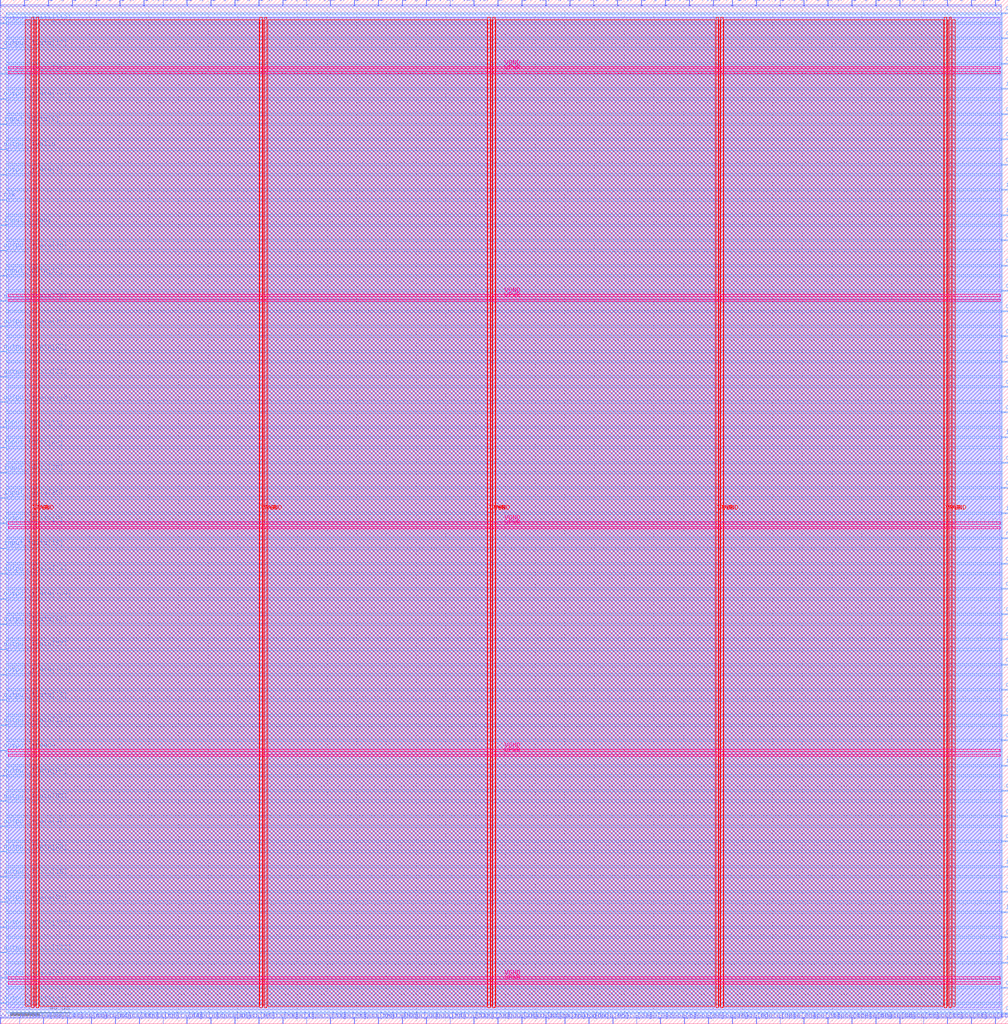
<source format=lef>
VERSION 5.7 ;
  NOWIREEXTENSIONATPIN ON ;
  DIVIDERCHAR "/" ;
  BUSBITCHARS "[]" ;
MACRO top_hardened
  CLASS BLOCK ;
  FOREIGN top_hardened ;
  ORIGIN 0.000 0.000 ;
  SIZE 678.570 BY 689.290 ;
  PIN VGND
    DIRECTION INOUT ;
    USE GROUND ;
    PORT
      LAYER met4 ;
        RECT 24.340 10.640 25.940 677.520 ;
    END
    PORT
      LAYER met4 ;
        RECT 177.940 10.640 179.540 677.520 ;
    END
    PORT
      LAYER met4 ;
        RECT 331.540 10.640 333.140 677.520 ;
    END
    PORT
      LAYER met4 ;
        RECT 485.140 10.640 486.740 677.520 ;
    END
    PORT
      LAYER met4 ;
        RECT 638.740 10.640 640.340 677.520 ;
    END
    PORT
      LAYER met5 ;
        RECT 5.280 30.030 673.220 31.630 ;
    END
    PORT
      LAYER met5 ;
        RECT 5.280 183.210 673.220 184.810 ;
    END
    PORT
      LAYER met5 ;
        RECT 5.280 336.390 673.220 337.990 ;
    END
    PORT
      LAYER met5 ;
        RECT 5.280 489.570 673.220 491.170 ;
    END
    PORT
      LAYER met5 ;
        RECT 5.280 642.750 673.220 644.350 ;
    END
  END VGND
  PIN VPWR
    DIRECTION INOUT ;
    USE POWER ;
    PORT
      LAYER met4 ;
        RECT 21.040 10.640 22.640 677.520 ;
    END
    PORT
      LAYER met4 ;
        RECT 174.640 10.640 176.240 677.520 ;
    END
    PORT
      LAYER met4 ;
        RECT 328.240 10.640 329.840 677.520 ;
    END
    PORT
      LAYER met4 ;
        RECT 481.840 10.640 483.440 677.520 ;
    END
    PORT
      LAYER met4 ;
        RECT 635.440 10.640 637.040 677.520 ;
    END
    PORT
      LAYER met5 ;
        RECT 5.280 26.730 673.220 28.330 ;
    END
    PORT
      LAYER met5 ;
        RECT 5.280 179.910 673.220 181.510 ;
    END
    PORT
      LAYER met5 ;
        RECT 5.280 333.090 673.220 334.690 ;
    END
    PORT
      LAYER met5 ;
        RECT 5.280 486.270 673.220 487.870 ;
    END
    PORT
      LAYER met5 ;
        RECT 5.280 639.450 673.220 641.050 ;
    END
  END VPWR
  PIN clk
    DIRECTION INPUT ;
    USE SIGNAL ;
    ANTENNAGATEAREA 1.286700 ;
    ANTENNADIFFAREA 0.434700 ;
    PORT
      LAYER met3 ;
        RECT 0.000 554.240 4.000 554.840 ;
    END
  END clk
  PIN input_tdata[0]
    DIRECTION INPUT ;
    USE SIGNAL ;
    ANTENNAGATEAREA 0.213000 ;
    PORT
      LAYER met3 ;
        RECT 674.570 173.440 678.570 174.040 ;
    END
  END input_tdata[0]
  PIN input_tdata[10]
    DIRECTION INPUT ;
    USE SIGNAL ;
    ANTENNAGATEAREA 0.247500 ;
    PORT
      LAYER met3 ;
        RECT 674.570 105.440 678.570 106.040 ;
    END
  END input_tdata[10]
  PIN input_tdata[11]
    DIRECTION INPUT ;
    USE SIGNAL ;
    ANTENNAGATEAREA 0.213000 ;
    PORT
      LAYER met3 ;
        RECT 0.000 401.240 4.000 401.840 ;
    END
  END input_tdata[11]
  PIN input_tdata[12]
    DIRECTION INPUT ;
    USE SIGNAL ;
    ANTENNAGATEAREA 0.213000 ;
    PORT
      LAYER met3 ;
        RECT 0.000 503.240 4.000 503.840 ;
    END
  END input_tdata[12]
  PIN input_tdata[13]
    DIRECTION INPUT ;
    USE SIGNAL ;
    ANTENNAGATEAREA 0.159000 ;
    PORT
      LAYER met3 ;
        RECT 674.570 629.040 678.570 629.640 ;
    END
  END input_tdata[13]
  PIN input_tdata[14]
    DIRECTION INPUT ;
    USE SIGNAL ;
    ANTENNAGATEAREA 0.159000 ;
    PORT
      LAYER met3 ;
        RECT 674.570 544.040 678.570 544.640 ;
    END
  END input_tdata[14]
  PIN input_tdata[15]
    DIRECTION INPUT ;
    USE SIGNAL ;
    ANTENNAGATEAREA 0.247500 ;
    PORT
      LAYER met3 ;
        RECT 0.000 319.640 4.000 320.240 ;
    END
  END input_tdata[15]
  PIN input_tdata[16]
    DIRECTION INPUT ;
    USE SIGNAL ;
    ANTENNAGATEAREA 0.213000 ;
    PORT
      LAYER met2 ;
        RECT 524.950 685.290 525.230 689.290 ;
    END
  END input_tdata[16]
  PIN input_tdata[17]
    DIRECTION INPUT ;
    USE SIGNAL ;
    ANTENNAGATEAREA 0.196500 ;
    PORT
      LAYER met2 ;
        RECT 383.270 685.290 383.550 689.290 ;
    END
  END input_tdata[17]
  PIN input_tdata[18]
    DIRECTION INPUT ;
    USE SIGNAL ;
    ANTENNAGATEAREA 0.247500 ;
    PORT
      LAYER met2 ;
        RECT 302.770 0.000 303.050 4.000 ;
    END
  END input_tdata[18]
  PIN input_tdata[19]
    DIRECTION INPUT ;
    USE SIGNAL ;
    ANTENNAGATEAREA 0.247500 ;
    PORT
      LAYER met3 ;
        RECT 674.570 74.840 678.570 75.440 ;
    END
  END input_tdata[19]
  PIN input_tdata[1]
    DIRECTION INPUT ;
    USE SIGNAL ;
    ANTENNAGATEAREA 0.126000 ;
    PORT
      LAYER met2 ;
        RECT 589.350 685.290 589.630 689.290 ;
    END
  END input_tdata[1]
  PIN input_tdata[20]
    DIRECTION INPUT ;
    USE SIGNAL ;
    ANTENNAGATEAREA 0.213000 ;
    PORT
      LAYER met3 ;
        RECT 0.000 370.640 4.000 371.240 ;
    END
  END input_tdata[20]
  PIN input_tdata[21]
    DIRECTION INPUT ;
    USE SIGNAL ;
    ANTENNAGATEAREA 0.159000 ;
    PORT
      LAYER met3 ;
        RECT 674.570 561.040 678.570 561.640 ;
    END
  END input_tdata[21]
  PIN input_tdata[22]
    DIRECTION INPUT ;
    USE SIGNAL ;
    ANTENNAGATEAREA 0.213000 ;
    PORT
      LAYER met2 ;
        RECT 254.470 0.000 254.750 4.000 ;
    END
  END input_tdata[22]
  PIN input_tdata[23]
    DIRECTION INPUT ;
    USE SIGNAL ;
    ANTENNAGATEAREA 0.247500 ;
    PORT
      LAYER met2 ;
        RECT 508.850 0.000 509.130 4.000 ;
    END
  END input_tdata[23]
  PIN input_tdata[24]
    DIRECTION INPUT ;
    USE SIGNAL ;
    ANTENNAGATEAREA 0.213000 ;
    PORT
      LAYER met2 ;
        RECT 96.690 685.290 96.970 689.290 ;
    END
  END input_tdata[24]
  PIN input_tdata[25]
    DIRECTION INPUT ;
    USE SIGNAL ;
    ANTENNAGATEAREA 0.247500 ;
    PORT
      LAYER met2 ;
        RECT 206.170 0.000 206.450 4.000 ;
    END
  END input_tdata[25]
  PIN input_tdata[26]
    DIRECTION INPUT ;
    USE SIGNAL ;
    ANTENNAGATEAREA 0.213000 ;
    PORT
      LAYER met3 ;
        RECT 0.000 353.640 4.000 354.240 ;
    END
  END input_tdata[26]
  PIN input_tdata[27]
    DIRECTION INPUT ;
    USE SIGNAL ;
    ANTENNAGATEAREA 0.196500 ;
    PORT
      LAYER met2 ;
        RECT 351.070 685.290 351.350 689.290 ;
    END
  END input_tdata[27]
  PIN input_tdata[28]
    DIRECTION INPUT ;
    USE SIGNAL ;
    ANTENNAGATEAREA 0.126000 ;
    PORT
      LAYER met2 ;
        RECT 190.070 685.290 190.350 689.290 ;
    END
  END input_tdata[28]
  PIN input_tdata[29]
    DIRECTION INPUT ;
    USE SIGNAL ;
    ANTENNAGATEAREA 0.213000 ;
    PORT
      LAYER met3 ;
        RECT 0.000 387.640 4.000 388.240 ;
    END
  END input_tdata[29]
  PIN input_tdata[2]
    DIRECTION INPUT ;
    USE SIGNAL ;
    ANTENNAGATEAREA 0.426000 ;
    PORT
      LAYER met2 ;
        RECT 109.570 0.000 109.850 4.000 ;
    END
  END input_tdata[2]
  PIN input_tdata[30]
    DIRECTION INPUT ;
    USE SIGNAL ;
    ANTENNAGATEAREA 0.426000 ;
    PORT
      LAYER met3 ;
        RECT 674.570 40.840 678.570 41.440 ;
    END
  END input_tdata[30]
  PIN input_tdata[31]
    DIRECTION INPUT ;
    USE SIGNAL ;
    ANTENNAGATEAREA 0.247500 ;
    PORT
      LAYER met2 ;
        RECT 524.950 0.000 525.230 4.000 ;
    END
  END input_tdata[31]
  PIN input_tdata[3]
    DIRECTION INPUT ;
    USE SIGNAL ;
    ANTENNAGATEAREA 0.126000 ;
    PORT
      LAYER met2 ;
        RECT 447.670 685.290 447.950 689.290 ;
    END
  END input_tdata[3]
  PIN input_tdata[4]
    DIRECTION INPUT ;
    USE SIGNAL ;
    ANTENNAGATEAREA 0.426000 ;
    PORT
      LAYER met2 ;
        RECT 173.970 0.000 174.250 4.000 ;
    END
  END input_tdata[4]
  PIN input_tdata[5]
    DIRECTION INPUT ;
    USE SIGNAL ;
    ANTENNAGATEAREA 0.159000 ;
    PORT
      LAYER met3 ;
        RECT 674.570 343.440 678.570 344.040 ;
    END
  END input_tdata[5]
  PIN input_tdata[6]
    DIRECTION INPUT ;
    USE SIGNAL ;
    ANTENNAGATEAREA 0.213000 ;
    PORT
      LAYER met3 ;
        RECT 0.000 605.240 4.000 605.840 ;
    END
  END input_tdata[6]
  PIN input_tdata[7]
    DIRECTION INPUT ;
    USE SIGNAL ;
    ANTENNAGATEAREA 0.213000 ;
    PORT
      LAYER met3 ;
        RECT 674.570 394.440 678.570 395.040 ;
    END
  END input_tdata[7]
  PIN input_tdata[8]
    DIRECTION INPUT ;
    USE SIGNAL ;
    ANTENNAGATEAREA 0.213000 ;
    PORT
      LAYER met2 ;
        RECT 286.670 685.290 286.950 689.290 ;
    END
  END input_tdata[8]
  PIN input_tdata[9]
    DIRECTION INPUT ;
    USE SIGNAL ;
    ANTENNAGATEAREA 0.213000 ;
    PORT
      LAYER met2 ;
        RECT 412.250 0.000 412.530 4.000 ;
    END
  END input_tdata[9]
  PIN input_tready
    DIRECTION OUTPUT TRISTATE ;
    USE SIGNAL ;
    ANTENNADIFFAREA 0.795200 ;
    PORT
      LAYER met3 ;
        RECT 0.000 537.240 4.000 537.840 ;
    END
  END input_tready
  PIN input_tvalid
    DIRECTION INPUT ;
    USE SIGNAL ;
    ANTENNAGATEAREA 0.247500 ;
    PORT
      LAYER met2 ;
        RECT 621.550 685.290 621.830 689.290 ;
    END
  END input_tvalid
  PIN load_weight
    DIRECTION INPUT ;
    USE SIGNAL ;
    ANTENNAGATEAREA 0.990000 ;
    PORT
      LAYER met2 ;
        RECT 302.770 685.290 303.050 689.290 ;
    END
  END load_weight
  PIN output_tdata[0]
    DIRECTION OUTPUT TRISTATE ;
    USE SIGNAL ;
    ANTENNADIFFAREA 0.795200 ;
    PORT
      LAYER met3 ;
        RECT 0.000 336.640 4.000 337.240 ;
    END
  END output_tdata[0]
  PIN output_tdata[100]
    DIRECTION OUTPUT TRISTATE ;
    USE SIGNAL ;
    ANTENNADIFFAREA 0.795200 ;
    PORT
      LAYER met2 ;
        RECT 206.170 685.290 206.450 689.290 ;
    END
  END output_tdata[100]
  PIN output_tdata[101]
    DIRECTION OUTPUT TRISTATE ;
    USE SIGNAL ;
    ANTENNADIFFAREA 0.795200 ;
    PORT
      LAYER met3 ;
        RECT 0.000 622.240 4.000 622.840 ;
    END
  END output_tdata[101]
  PIN output_tdata[102]
    DIRECTION OUTPUT TRISTATE ;
    USE SIGNAL ;
    ANTENNADIFFAREA 0.795200 ;
    PORT
      LAYER met3 ;
        RECT 0.000 234.640 4.000 235.240 ;
    END
  END output_tdata[102]
  PIN output_tdata[103]
    DIRECTION OUTPUT TRISTATE ;
    USE SIGNAL ;
    ANTENNADIFFAREA 0.795200 ;
    PORT
      LAYER met2 ;
        RECT 173.970 685.290 174.250 689.290 ;
    END
  END output_tdata[103]
  PIN output_tdata[104]
    DIRECTION OUTPUT TRISTATE ;
    USE SIGNAL ;
    ANTENNADIFFAREA 0.795200 ;
    PORT
      LAYER met3 ;
        RECT 674.570 309.440 678.570 310.040 ;
    END
  END output_tdata[104]
  PIN output_tdata[105]
    DIRECTION OUTPUT TRISTATE ;
    USE SIGNAL ;
    ANTENNADIFFAREA 0.795200 ;
    PORT
      LAYER met2 ;
        RECT 222.270 685.290 222.550 689.290 ;
    END
  END output_tdata[105]
  PIN output_tdata[106]
    DIRECTION OUTPUT TRISTATE ;
    USE SIGNAL ;
    ANTENNADIFFAREA 0.445500 ;
    PORT
      LAYER met3 ;
        RECT 674.570 527.040 678.570 527.640 ;
    END
  END output_tdata[106]
  PIN output_tdata[107]
    DIRECTION OUTPUT TRISTATE ;
    USE SIGNAL ;
    ANTENNADIFFAREA 0.445500 ;
    PORT
      LAYER met3 ;
        RECT 674.570 428.440 678.570 429.040 ;
    END
  END output_tdata[107]
  PIN output_tdata[108]
    DIRECTION OUTPUT TRISTATE ;
    USE SIGNAL ;
    ANTENNADIFFAREA 0.795200 ;
    PORT
      LAYER met2 ;
        RECT 541.050 0.000 541.330 4.000 ;
    END
  END output_tdata[108]
  PIN output_tdata[109]
    DIRECTION OUTPUT TRISTATE ;
    USE SIGNAL ;
    ANTENNADIFFAREA 0.795200 ;
    PORT
      LAYER met3 ;
        RECT 0.000 285.640 4.000 286.240 ;
    END
  END output_tdata[109]
  PIN output_tdata[10]
    DIRECTION OUTPUT TRISTATE ;
    USE SIGNAL ;
    ANTENNADIFFAREA 0.795200 ;
    PORT
      LAYER met2 ;
        RECT 637.650 0.000 637.930 4.000 ;
    END
  END output_tdata[10]
  PIN output_tdata[110]
    DIRECTION OUTPUT TRISTATE ;
    USE SIGNAL ;
    ANTENNADIFFAREA 0.795200 ;
    PORT
      LAYER met3 ;
        RECT 0.000 200.640 4.000 201.240 ;
    END
  END output_tdata[110]
  PIN output_tdata[111]
    DIRECTION OUTPUT TRISTATE ;
    USE SIGNAL ;
    ANTENNADIFFAREA 0.795200 ;
    PORT
      LAYER met3 ;
        RECT 674.570 88.440 678.570 89.040 ;
    END
  END output_tdata[111]
  PIN output_tdata[112]
    DIRECTION OUTPUT TRISTATE ;
    USE SIGNAL ;
    ANTENNADIFFAREA 0.795200 ;
    PORT
      LAYER met3 ;
        RECT 0.000 673.240 4.000 673.840 ;
    END
  END output_tdata[112]
  PIN output_tdata[113]
    DIRECTION OUTPUT TRISTATE ;
    USE SIGNAL ;
    ANTENNADIFFAREA 0.795200 ;
    PORT
      LAYER met3 ;
        RECT 0.000 418.240 4.000 418.840 ;
    END
  END output_tdata[113]
  PIN output_tdata[114]
    DIRECTION OUTPUT TRISTATE ;
    USE SIGNAL ;
    ANTENNADIFFAREA 0.795200 ;
    PORT
      LAYER met2 ;
        RECT 637.650 685.290 637.930 689.290 ;
    END
  END output_tdata[114]
  PIN output_tdata[115]
    DIRECTION OUTPUT TRISTATE ;
    USE SIGNAL ;
    ANTENNADIFFAREA 0.795200 ;
    PORT
      LAYER met3 ;
        RECT 0.000 64.640 4.000 65.240 ;
    END
  END output_tdata[115]
  PIN output_tdata[116]
    DIRECTION OUTPUT TRISTATE ;
    USE SIGNAL ;
    ANTENNADIFFAREA 0.795200 ;
    PORT
      LAYER met2 ;
        RECT 61.270 0.000 61.550 4.000 ;
    END
  END output_tdata[116]
  PIN output_tdata[117]
    DIRECTION OUTPUT TRISTATE ;
    USE SIGNAL ;
    ANTENNADIFFAREA 0.795200 ;
    PORT
      LAYER met2 ;
        RECT 286.670 0.000 286.950 4.000 ;
    END
  END output_tdata[117]
  PIN output_tdata[118]
    DIRECTION OUTPUT TRISTATE ;
    USE SIGNAL ;
    ANTENNADIFFAREA 0.795200 ;
    PORT
      LAYER met2 ;
        RECT 653.750 685.290 654.030 689.290 ;
    END
  END output_tdata[118]
  PIN output_tdata[119]
    DIRECTION OUTPUT TRISTATE ;
    USE SIGNAL ;
    ANTENNADIFFAREA 0.795200 ;
    PORT
      LAYER met2 ;
        RECT 669.850 685.290 670.130 689.290 ;
    END
  END output_tdata[119]
  PIN output_tdata[11]
    DIRECTION OUTPUT TRISTATE ;
    USE SIGNAL ;
    ANTENNADIFFAREA 0.795200 ;
    PORT
      LAYER met2 ;
        RECT 64.490 685.290 64.770 689.290 ;
    END
  END output_tdata[11]
  PIN output_tdata[120]
    DIRECTION OUTPUT TRISTATE ;
    USE SIGNAL ;
    ANTENNADIFFAREA 0.795200 ;
    PORT
      LAYER met2 ;
        RECT 318.870 685.290 319.150 689.290 ;
    END
  END output_tdata[120]
  PIN output_tdata[121]
    DIRECTION OUTPUT TRISTATE ;
    USE SIGNAL ;
    ANTENNADIFFAREA 0.795200 ;
    PORT
      LAYER met2 ;
        RECT 80.590 685.290 80.870 689.290 ;
    END
  END output_tdata[121]
  PIN output_tdata[122]
    DIRECTION OUTPUT TRISTATE ;
    USE SIGNAL ;
    ANTENNADIFFAREA 0.795200 ;
    PORT
      LAYER met3 ;
        RECT 0.000 47.640 4.000 48.240 ;
    END
  END output_tdata[122]
  PIN output_tdata[123]
    DIRECTION OUTPUT TRISTATE ;
    USE SIGNAL ;
    ANTENNADIFFAREA 0.795200 ;
    PORT
      LAYER met3 ;
        RECT 674.570 275.440 678.570 276.040 ;
    END
  END output_tdata[123]
  PIN output_tdata[124]
    DIRECTION OUTPUT TRISTATE ;
    USE SIGNAL ;
    ANTENNADIFFAREA 0.795200 ;
    PORT
      LAYER met2 ;
        RECT 431.570 685.290 431.850 689.290 ;
    END
  END output_tdata[124]
  PIN output_tdata[125]
    DIRECTION OUTPUT TRISTATE ;
    USE SIGNAL ;
    ANTENNADIFFAREA 0.795200 ;
    PORT
      LAYER met2 ;
        RECT 16.190 685.290 16.470 689.290 ;
    END
  END output_tdata[125]
  PIN output_tdata[126]
    DIRECTION OUTPUT TRISTATE ;
    USE SIGNAL ;
    ANTENNADIFFAREA 0.795200 ;
    PORT
      LAYER met2 ;
        RECT 463.770 685.290 464.050 689.290 ;
    END
  END output_tdata[126]
  PIN output_tdata[127]
    DIRECTION OUTPUT TRISTATE ;
    USE SIGNAL ;
    ANTENNADIFFAREA 0.445500 ;
    PORT
      LAYER met3 ;
        RECT 674.570 360.440 678.570 361.040 ;
    END
  END output_tdata[127]
  PIN output_tdata[12]
    DIRECTION OUTPUT TRISTATE ;
    USE SIGNAL ;
    ANTENNADIFFAREA 0.445500 ;
    PORT
      LAYER met3 ;
        RECT 674.570 663.040 678.570 663.640 ;
    END
  END output_tdata[12]
  PIN output_tdata[13]
    DIRECTION OUTPUT TRISTATE ;
    USE SIGNAL ;
    ANTENNADIFFAREA 0.795200 ;
    PORT
      LAYER met2 ;
        RECT 190.070 0.000 190.350 4.000 ;
    END
  END output_tdata[13]
  PIN output_tdata[14]
    DIRECTION OUTPUT TRISTATE ;
    USE SIGNAL ;
    ANTENNADIFFAREA 0.795200 ;
    PORT
      LAYER met2 ;
        RECT 605.450 685.290 605.730 689.290 ;
    END
  END output_tdata[14]
  PIN output_tdata[15]
    DIRECTION OUTPUT TRISTATE ;
    USE SIGNAL ;
    ANTENNADIFFAREA 0.795200 ;
    PORT
      LAYER met2 ;
        RECT 605.450 0.000 605.730 4.000 ;
    END
  END output_tdata[15]
  PIN output_tdata[16]
    DIRECTION OUTPUT TRISTATE ;
    USE SIGNAL ;
    ANTENNADIFFAREA 0.795200 ;
    PORT
      LAYER met3 ;
        RECT 0.000 98.640 4.000 99.240 ;
    END
  END output_tdata[16]
  PIN output_tdata[17]
    DIRECTION OUTPUT TRISTATE ;
    USE SIGNAL ;
    ANTENNADIFFAREA 0.795200 ;
    PORT
      LAYER met3 ;
        RECT 0.000 656.240 4.000 656.840 ;
    END
  END output_tdata[17]
  PIN output_tdata[18]
    DIRECTION OUTPUT TRISTATE ;
    USE SIGNAL ;
    ANTENNADIFFAREA 0.445500 ;
    PORT
      LAYER met3 ;
        RECT 674.570 612.040 678.570 612.640 ;
    END
  END output_tdata[18]
  PIN output_tdata[19]
    DIRECTION OUTPUT TRISTATE ;
    USE SIGNAL ;
    ANTENNADIFFAREA 0.795200 ;
    PORT
      LAYER met2 ;
        RECT 367.170 0.000 367.450 4.000 ;
    END
  END output_tdata[19]
  PIN output_tdata[1]
    DIRECTION OUTPUT TRISTATE ;
    USE SIGNAL ;
    ANTENNADIFFAREA 0.445500 ;
    PORT
      LAYER met3 ;
        RECT 674.570 241.440 678.570 242.040 ;
    END
  END output_tdata[1]
  PIN output_tdata[20]
    DIRECTION OUTPUT TRISTATE ;
    USE SIGNAL ;
    ANTENNADIFFAREA 0.795200 ;
    PORT
      LAYER met2 ;
        RECT 270.570 685.290 270.850 689.290 ;
    END
  END output_tdata[20]
  PIN output_tdata[21]
    DIRECTION OUTPUT TRISTATE ;
    USE SIGNAL ;
    ANTENNADIFFAREA 0.795200 ;
    PORT
      LAYER met3 ;
        RECT 0.000 435.240 4.000 435.840 ;
    END
  END output_tdata[21]
  PIN output_tdata[22]
    DIRECTION OUTPUT TRISTATE ;
    USE SIGNAL ;
    ANTENNADIFFAREA 0.795200 ;
    PORT
      LAYER met2 ;
        RECT 318.870 0.000 319.150 4.000 ;
    END
  END output_tdata[22]
  PIN output_tdata[23]
    DIRECTION OUTPUT TRISTATE ;
    USE SIGNAL ;
    ANTENNADIFFAREA 0.795200 ;
    PORT
      LAYER met2 ;
        RECT 492.750 0.000 493.030 4.000 ;
    END
  END output_tdata[23]
  PIN output_tdata[24]
    DIRECTION OUTPUT TRISTATE ;
    USE SIGNAL ;
    ANTENNADIFFAREA 0.795200 ;
    PORT
      LAYER met3 ;
        RECT 674.570 510.040 678.570 510.640 ;
    END
  END output_tdata[24]
  PIN output_tdata[25]
    DIRECTION OUTPUT TRISTATE ;
    USE SIGNAL ;
    ANTENNADIFFAREA 0.795200 ;
    PORT
      LAYER met2 ;
        RECT 222.270 0.000 222.550 4.000 ;
    END
  END output_tdata[25]
  PIN output_tdata[26]
    DIRECTION OUTPUT TRISTATE ;
    USE SIGNAL ;
    ANTENNADIFFAREA 0.795200 ;
    PORT
      LAYER met3 ;
        RECT 0.000 639.240 4.000 639.840 ;
    END
  END output_tdata[26]
  PIN output_tdata[27]
    DIRECTION OUTPUT TRISTATE ;
    USE SIGNAL ;
    ANTENNADIFFAREA 0.795200 ;
    PORT
      LAYER met3 ;
        RECT 0.000 251.640 4.000 252.240 ;
    END
  END output_tdata[27]
  PIN output_tdata[28]
    DIRECTION OUTPUT TRISTATE ;
    USE SIGNAL ;
    ANTENNADIFFAREA 0.795200 ;
    PORT
      LAYER met2 ;
        RECT 669.850 0.000 670.130 4.000 ;
    END
  END output_tdata[28]
  PIN output_tdata[29]
    DIRECTION OUTPUT TRISTATE ;
    USE SIGNAL ;
    ANTENNADIFFAREA 0.795200 ;
    PORT
      LAYER met3 ;
        RECT 674.570 156.440 678.570 157.040 ;
    END
  END output_tdata[29]
  PIN output_tdata[2]
    DIRECTION OUTPUT TRISTATE ;
    USE SIGNAL ;
    ANTENNADIFFAREA 0.795200 ;
    PORT
      LAYER met2 ;
        RECT 141.770 685.290 142.050 689.290 ;
    END
  END output_tdata[2]
  PIN output_tdata[30]
    DIRECTION OUTPUT TRISTATE ;
    USE SIGNAL ;
    ANTENNADIFFAREA 0.445500 ;
    PORT
      LAYER met3 ;
        RECT 674.570 292.440 678.570 293.040 ;
    END
  END output_tdata[30]
  PIN output_tdata[31]
    DIRECTION OUTPUT TRISTATE ;
    USE SIGNAL ;
    ANTENNADIFFAREA 0.795200 ;
    PORT
      LAYER met2 ;
        RECT 621.550 0.000 621.830 4.000 ;
    END
  END output_tdata[31]
  PIN output_tdata[32]
    DIRECTION OUTPUT TRISTATE ;
    USE SIGNAL ;
    ANTENNADIFFAREA 0.795200 ;
    PORT
      LAYER met2 ;
        RECT 157.870 685.290 158.150 689.290 ;
    END
  END output_tdata[32]
  PIN output_tdata[33]
    DIRECTION OUTPUT TRISTATE ;
    USE SIGNAL ;
    ANTENNADIFFAREA 0.795200 ;
    PORT
      LAYER met3 ;
        RECT 0.000 13.640 4.000 14.240 ;
    END
  END output_tdata[33]
  PIN output_tdata[34]
    DIRECTION OUTPUT TRISTATE ;
    USE SIGNAL ;
    ANTENNADIFFAREA 0.795200 ;
    PORT
      LAYER met3 ;
        RECT 0.000 302.640 4.000 303.240 ;
    END
  END output_tdata[34]
  PIN output_tdata[35]
    DIRECTION OUTPUT TRISTATE ;
    USE SIGNAL ;
    ANTENNADIFFAREA 0.795200 ;
    PORT
      LAYER met3 ;
        RECT 0.000 217.640 4.000 218.240 ;
    END
  END output_tdata[35]
  PIN output_tdata[36]
    DIRECTION OUTPUT TRISTATE ;
    USE SIGNAL ;
    ANTENNADIFFAREA 0.795200 ;
    PORT
      LAYER met2 ;
        RECT 399.370 685.290 399.650 689.290 ;
    END
  END output_tdata[36]
  PIN output_tdata[37]
    DIRECTION OUTPUT TRISTATE ;
    USE SIGNAL ;
    ANTENNADIFFAREA 0.795200 ;
    PORT
      LAYER met2 ;
        RECT 444.450 0.000 444.730 4.000 ;
    END
  END output_tdata[37]
  PIN output_tdata[38]
    DIRECTION OUTPUT TRISTATE ;
    USE SIGNAL ;
    ANTENNADIFFAREA 0.795200 ;
    PORT
      LAYER met2 ;
        RECT 573.250 0.000 573.530 4.000 ;
    END
  END output_tdata[38]
  PIN output_tdata[39]
    DIRECTION OUTPUT TRISTATE ;
    USE SIGNAL ;
    ANTENNADIFFAREA 0.445500 ;
    PORT
      LAYER met3 ;
        RECT 674.570 595.040 678.570 595.640 ;
    END
  END output_tdata[39]
  PIN output_tdata[3]
    DIRECTION OUTPUT TRISTATE ;
    USE SIGNAL ;
    ANTENNADIFFAREA 0.445500 ;
    PORT
      LAYER met3 ;
        RECT 674.570 207.440 678.570 208.040 ;
    END
  END output_tdata[3]
  PIN output_tdata[40]
    DIRECTION OUTPUT TRISTATE ;
    USE SIGNAL ;
    ANTENNADIFFAREA 0.795200 ;
    PORT
      LAYER met2 ;
        RECT 415.470 685.290 415.750 689.290 ;
    END
  END output_tdata[40]
  PIN output_tdata[41]
    DIRECTION OUTPUT TRISTATE ;
    USE SIGNAL ;
    ANTENNADIFFAREA 0.795200 ;
    PORT
      LAYER met2 ;
        RECT 508.850 685.290 509.130 689.290 ;
    END
  END output_tdata[41]
  PIN output_tdata[42]
    DIRECTION OUTPUT TRISTATE ;
    USE SIGNAL ;
    ANTENNADIFFAREA 0.795200 ;
    PORT
      LAYER met3 ;
        RECT 0.000 132.640 4.000 133.240 ;
    END
  END output_tdata[42]
  PIN output_tdata[43]
    DIRECTION OUTPUT TRISTATE ;
    USE SIGNAL ;
    ANTENNADIFFAREA 0.795200 ;
    PORT
      LAYER met2 ;
        RECT 12.970 0.000 13.250 4.000 ;
    END
  END output_tdata[43]
  PIN output_tdata[44]
    DIRECTION OUTPUT TRISTATE ;
    USE SIGNAL ;
    ANTENNADIFFAREA 0.795200 ;
    PORT
      LAYER met2 ;
        RECT 93.470 0.000 93.750 4.000 ;
    END
  END output_tdata[44]
  PIN output_tdata[45]
    DIRECTION OUTPUT TRISTATE ;
    USE SIGNAL ;
    ANTENNADIFFAREA 0.445500 ;
    PORT
      LAYER met3 ;
        RECT 674.570 57.840 678.570 58.440 ;
    END
  END output_tdata[45]
  PIN output_tdata[46]
    DIRECTION OUTPUT TRISTATE ;
    USE SIGNAL ;
    ANTENNADIFFAREA 0.795200 ;
    PORT
      LAYER met2 ;
        RECT 32.290 685.290 32.570 689.290 ;
    END
  END output_tdata[46]
  PIN output_tdata[47]
    DIRECTION OUTPUT TRISTATE ;
    USE SIGNAL ;
    ANTENNADIFFAREA 0.445500 ;
    PORT
      LAYER met3 ;
        RECT 674.570 493.040 678.570 493.640 ;
    END
  END output_tdata[47]
  PIN output_tdata[48]
    DIRECTION OUTPUT TRISTATE ;
    USE SIGNAL ;
    ANTENNADIFFAREA 0.795200 ;
    PORT
      LAYER met2 ;
        RECT 238.370 685.290 238.650 689.290 ;
    END
  END output_tdata[48]
  PIN output_tdata[49]
    DIRECTION OUTPUT TRISTATE ;
    USE SIGNAL ;
    ANTENNADIFFAREA 0.795200 ;
    PORT
      LAYER met2 ;
        RECT 541.050 685.290 541.330 689.290 ;
    END
  END output_tdata[49]
  PIN output_tdata[4]
    DIRECTION OUTPUT TRISTATE ;
    USE SIGNAL ;
    ANTENNADIFFAREA 0.795200 ;
    PORT
      LAYER met2 ;
        RECT 48.390 685.290 48.670 689.290 ;
    END
  END output_tdata[4]
  PIN output_tdata[50]
    DIRECTION OUTPUT TRISTATE ;
    USE SIGNAL ;
    ANTENNADIFFAREA 0.445500 ;
    PORT
      LAYER met3 ;
        RECT 674.570 139.440 678.570 140.040 ;
    END
  END output_tdata[50]
  PIN output_tdata[51]
    DIRECTION OUTPUT TRISTATE ;
    USE SIGNAL ;
    ANTENNADIFFAREA 0.795200 ;
    PORT
      LAYER met3 ;
        RECT 674.570 377.440 678.570 378.040 ;
    END
  END output_tdata[51]
  PIN output_tdata[52]
    DIRECTION OUTPUT TRISTATE ;
    USE SIGNAL ;
    ANTENNADIFFAREA 0.795200 ;
    PORT
      LAYER met2 ;
        RECT 254.470 685.290 254.750 689.290 ;
    END
  END output_tdata[52]
  PIN output_tdata[53]
    DIRECTION OUTPUT TRISTATE ;
    USE SIGNAL ;
    ANTENNADIFFAREA 0.445500 ;
    PORT
      LAYER met3 ;
        RECT 674.570 258.440 678.570 259.040 ;
    END
  END output_tdata[53]
  PIN output_tdata[54]
    DIRECTION OUTPUT TRISTATE ;
    USE SIGNAL ;
    ANTENNADIFFAREA 0.795200 ;
    PORT
      LAYER met3 ;
        RECT 674.570 6.840 678.570 7.440 ;
    END
  END output_tdata[54]
  PIN output_tdata[55]
    DIRECTION OUTPUT TRISTATE ;
    USE SIGNAL ;
    ANTENNADIFFAREA 0.795200 ;
    PORT
      LAYER met2 ;
        RECT 351.070 0.000 351.350 4.000 ;
    END
  END output_tdata[55]
  PIN output_tdata[56]
    DIRECTION OUTPUT TRISTATE ;
    USE SIGNAL ;
    ANTENNADIFFAREA 0.445500 ;
    PORT
      LAYER met3 ;
        RECT 674.570 479.440 678.570 480.040 ;
    END
  END output_tdata[56]
  PIN output_tdata[57]
    DIRECTION OUTPUT TRISTATE ;
    USE SIGNAL ;
    ANTENNADIFFAREA 0.795200 ;
    PORT
      LAYER met2 ;
        RECT 557.150 685.290 557.430 689.290 ;
    END
  END output_tdata[57]
  PIN output_tdata[58]
    DIRECTION OUTPUT TRISTATE ;
    USE SIGNAL ;
    ANTENNADIFFAREA 0.795200 ;
    PORT
      LAYER met2 ;
        RECT 157.870 0.000 158.150 4.000 ;
    END
  END output_tdata[58]
  PIN output_tdata[59]
    DIRECTION OUTPUT TRISTATE ;
    USE SIGNAL ;
    ANTENNADIFFAREA 0.445500 ;
    PORT
      LAYER met3 ;
        RECT 674.570 190.440 678.570 191.040 ;
    END
  END output_tdata[59]
  PIN output_tdata[5]
    DIRECTION OUTPUT TRISTATE ;
    USE SIGNAL ;
    ANTENNADIFFAREA 0.795200 ;
    PORT
      LAYER met2 ;
        RECT 428.350 0.000 428.630 4.000 ;
    END
  END output_tdata[5]
  PIN output_tdata[60]
    DIRECTION OUTPUT TRISTATE ;
    USE SIGNAL ;
    ANTENNADIFFAREA 0.445500 ;
    PORT
      LAYER met3 ;
        RECT 674.570 23.840 678.570 24.440 ;
    END
  END output_tdata[60]
  PIN output_tdata[61]
    DIRECTION OUTPUT TRISTATE ;
    USE SIGNAL ;
    ANTENNADIFFAREA 0.795200 ;
    PORT
      LAYER met2 ;
        RECT 125.670 685.290 125.950 689.290 ;
    END
  END output_tdata[61]
  PIN output_tdata[62]
    DIRECTION OUTPUT TRISTATE ;
    USE SIGNAL ;
    ANTENNADIFFAREA 0.795200 ;
    PORT
      LAYER met2 ;
        RECT 557.150 0.000 557.430 4.000 ;
    END
  END output_tdata[62]
  PIN output_tdata[63]
    DIRECTION OUTPUT TRISTATE ;
    USE SIGNAL ;
    ANTENNADIFFAREA 0.795200 ;
    PORT
      LAYER met2 ;
        RECT 77.370 0.000 77.650 4.000 ;
    END
  END output_tdata[63]
  PIN output_tdata[64]
    DIRECTION OUTPUT TRISTATE ;
    USE SIGNAL ;
    ANTENNADIFFAREA 0.795200 ;
    PORT
      LAYER met2 ;
        RECT 270.570 0.000 270.850 4.000 ;
    END
  END output_tdata[64]
  PIN output_tdata[65]
    DIRECTION OUTPUT TRISTATE ;
    USE SIGNAL ;
    ANTENNADIFFAREA 0.795200 ;
    PORT
      LAYER met3 ;
        RECT 0.000 268.640 4.000 269.240 ;
    END
  END output_tdata[65]
  PIN output_tdata[66]
    DIRECTION OUTPUT TRISTATE ;
    USE SIGNAL ;
    ANTENNADIFFAREA 0.795200 ;
    PORT
      LAYER met3 ;
        RECT 674.570 578.040 678.570 578.640 ;
    END
  END output_tdata[66]
  PIN output_tdata[67]
    DIRECTION OUTPUT TRISTATE ;
    USE SIGNAL ;
    ANTENNADIFFAREA 0.445500 ;
    PORT
      LAYER met3 ;
        RECT 674.570 411.440 678.570 412.040 ;
    END
  END output_tdata[67]
  PIN output_tdata[68]
    DIRECTION OUTPUT TRISTATE ;
    USE SIGNAL ;
    ANTENNADIFFAREA 0.795200 ;
    PORT
      LAYER met2 ;
        RECT 589.350 0.000 589.630 4.000 ;
    END
  END output_tdata[68]
  PIN output_tdata[69]
    DIRECTION OUTPUT TRISTATE ;
    USE SIGNAL ;
    ANTENNADIFFAREA 0.795200 ;
    PORT
      LAYER met2 ;
        RECT 29.070 0.000 29.350 4.000 ;
    END
  END output_tdata[69]
  PIN output_tdata[6]
    DIRECTION OUTPUT TRISTATE ;
    USE SIGNAL ;
    ANTENNADIFFAREA 0.445500 ;
    PORT
      LAYER met3 ;
        RECT 674.570 224.440 678.570 225.040 ;
    END
  END output_tdata[6]
  PIN output_tdata[70]
    DIRECTION OUTPUT TRISTATE ;
    USE SIGNAL ;
    ANTENNADIFFAREA 0.795200 ;
    PORT
      LAYER met3 ;
        RECT 0.000 469.240 4.000 469.840 ;
    END
  END output_tdata[70]
  PIN output_tdata[71]
    DIRECTION OUTPUT TRISTATE ;
    USE SIGNAL ;
    ANTENNADIFFAREA 0.445500 ;
    PORT
      LAYER met3 ;
        RECT 674.570 445.440 678.570 446.040 ;
    END
  END output_tdata[71]
  PIN output_tdata[72]
    DIRECTION OUTPUT TRISTATE ;
    USE SIGNAL ;
    ANTENNADIFFAREA 0.445500 ;
    PORT
      LAYER met3 ;
        RECT 674.570 646.040 678.570 646.640 ;
    END
  END output_tdata[72]
  PIN output_tdata[73]
    DIRECTION OUTPUT TRISTATE ;
    USE SIGNAL ;
    ANTENNADIFFAREA 0.795200 ;
    PORT
      LAYER met2 ;
        RECT 653.750 0.000 654.030 4.000 ;
    END
  END output_tdata[73]
  PIN output_tdata[74]
    DIRECTION OUTPUT TRISTATE ;
    USE SIGNAL ;
    ANTENNADIFFAREA 0.795200 ;
    PORT
      LAYER met3 ;
        RECT 674.570 680.040 678.570 680.640 ;
    END
  END output_tdata[74]
  PIN output_tdata[75]
    DIRECTION OUTPUT TRISTATE ;
    USE SIGNAL ;
    ANTENNADIFFAREA 0.795200 ;
    PORT
      LAYER met3 ;
        RECT 0.000 486.240 4.000 486.840 ;
    END
  END output_tdata[75]
  PIN output_tdata[76]
    DIRECTION OUTPUT TRISTATE ;
    USE SIGNAL ;
    ANTENNADIFFAREA 0.795200 ;
    PORT
      LAYER met3 ;
        RECT 0.000 520.240 4.000 520.840 ;
    END
  END output_tdata[76]
  PIN output_tdata[77]
    DIRECTION OUTPUT TRISTATE ;
    USE SIGNAL ;
    ANTENNADIFFAREA 0.795200 ;
    PORT
      LAYER met2 ;
        RECT 396.150 0.000 396.430 4.000 ;
    END
  END output_tdata[77]
  PIN output_tdata[78]
    DIRECTION OUTPUT TRISTATE ;
    USE SIGNAL ;
    ANTENNADIFFAREA 0.795200 ;
    PORT
      LAYER met2 ;
        RECT 0.090 0.000 0.370 4.000 ;
    END
  END output_tdata[78]
  PIN output_tdata[79]
    DIRECTION OUTPUT TRISTATE ;
    USE SIGNAL ;
    ANTENNADIFFAREA 0.795200 ;
    PORT
      LAYER met2 ;
        RECT 460.550 0.000 460.830 4.000 ;
    END
  END output_tdata[79]
  PIN output_tdata[7]
    DIRECTION OUTPUT TRISTATE ;
    USE SIGNAL ;
    ANTENNADIFFAREA 0.795200 ;
    PORT
      LAYER met3 ;
        RECT 0.000 571.240 4.000 571.840 ;
    END
  END output_tdata[7]
  PIN output_tdata[80]
    DIRECTION OUTPUT TRISTATE ;
    USE SIGNAL ;
    ANTENNADIFFAREA 0.795200 ;
    PORT
      LAYER met3 ;
        RECT 0.000 81.640 4.000 82.240 ;
    END
  END output_tdata[80]
  PIN output_tdata[81]
    DIRECTION OUTPUT TRISTATE ;
    USE SIGNAL ;
    ANTENNADIFFAREA 0.795200 ;
    PORT
      LAYER met2 ;
        RECT 367.170 685.290 367.450 689.290 ;
    END
  END output_tdata[81]
  PIN output_tdata[82]
    DIRECTION OUTPUT TRISTATE ;
    USE SIGNAL ;
    ANTENNADIFFAREA 0.795200 ;
    PORT
      LAYER met3 ;
        RECT 0.000 452.240 4.000 452.840 ;
    END
  END output_tdata[82]
  PIN output_tdata[83]
    DIRECTION OUTPUT TRISTATE ;
    USE SIGNAL ;
    ANTENNADIFFAREA 0.795200 ;
    PORT
      LAYER met2 ;
        RECT 125.670 0.000 125.950 4.000 ;
    END
  END output_tdata[83]
  PIN output_tdata[84]
    DIRECTION OUTPUT TRISTATE ;
    USE SIGNAL ;
    ANTENNADIFFAREA 0.795200 ;
    PORT
      LAYER met2 ;
        RECT 45.170 0.000 45.450 4.000 ;
    END
  END output_tdata[84]
  PIN output_tdata[85]
    DIRECTION OUTPUT TRISTATE ;
    USE SIGNAL ;
    ANTENNADIFFAREA 0.795200 ;
    PORT
      LAYER met3 ;
        RECT 0.000 115.640 4.000 116.240 ;
    END
  END output_tdata[85]
  PIN output_tdata[86]
    DIRECTION OUTPUT TRISTATE ;
    USE SIGNAL ;
    ANTENNADIFFAREA 0.795200 ;
    PORT
      LAYER met2 ;
        RECT 334.970 685.290 335.250 689.290 ;
    END
  END output_tdata[86]
  PIN output_tdata[87]
    DIRECTION OUTPUT TRISTATE ;
    USE SIGNAL ;
    ANTENNADIFFAREA 0.795200 ;
    PORT
      LAYER met2 ;
        RECT 334.970 0.000 335.250 4.000 ;
    END
  END output_tdata[87]
  PIN output_tdata[88]
    DIRECTION OUTPUT TRISTATE ;
    USE SIGNAL ;
    ANTENNADIFFAREA 0.795200 ;
    PORT
      LAYER met2 ;
        RECT 573.250 685.290 573.530 689.290 ;
    END
  END output_tdata[88]
  PIN output_tdata[89]
    DIRECTION OUTPUT TRISTATE ;
    USE SIGNAL ;
    ANTENNADIFFAREA 0.445500 ;
    PORT
      LAYER met3 ;
        RECT 674.570 122.440 678.570 123.040 ;
    END
  END output_tdata[89]
  PIN output_tdata[8]
    DIRECTION OUTPUT TRISTATE ;
    USE SIGNAL ;
    ANTENNADIFFAREA 0.795200 ;
    PORT
      LAYER met3 ;
        RECT 0.000 30.640 4.000 31.240 ;
    END
  END output_tdata[8]
  PIN output_tdata[90]
    DIRECTION OUTPUT TRISTATE ;
    USE SIGNAL ;
    ANTENNADIFFAREA 0.795200 ;
    PORT
      LAYER met3 ;
        RECT 0.000 166.640 4.000 167.240 ;
    END
  END output_tdata[90]
  PIN output_tdata[91]
    DIRECTION OUTPUT TRISTATE ;
    USE SIGNAL ;
    ANTENNADIFFAREA 0.795200 ;
    PORT
      LAYER met2 ;
        RECT 141.770 0.000 142.050 4.000 ;
    END
  END output_tdata[91]
  PIN output_tdata[92]
    DIRECTION OUTPUT TRISTATE ;
    USE SIGNAL ;
    ANTENNADIFFAREA 0.795200 ;
    PORT
      LAYER met2 ;
        RECT 238.370 0.000 238.650 4.000 ;
    END
  END output_tdata[92]
  PIN output_tdata[93]
    DIRECTION OUTPUT TRISTATE ;
    USE SIGNAL ;
    ANTENNADIFFAREA 0.795200 ;
    PORT
      LAYER met3 ;
        RECT 0.000 149.640 4.000 150.240 ;
    END
  END output_tdata[93]
  PIN output_tdata[94]
    DIRECTION OUTPUT TRISTATE ;
    USE SIGNAL ;
    ANTENNADIFFAREA 0.445500 ;
    PORT
      LAYER met3 ;
        RECT 674.570 462.440 678.570 463.040 ;
    END
  END output_tdata[94]
  PIN output_tdata[95]
    DIRECTION OUTPUT TRISTATE ;
    USE SIGNAL ;
    ANTENNADIFFAREA 0.795200 ;
    PORT
      LAYER met2 ;
        RECT 380.050 0.000 380.330 4.000 ;
    END
  END output_tdata[95]
  PIN output_tdata[96]
    DIRECTION OUTPUT TRISTATE ;
    USE SIGNAL ;
    ANTENNADIFFAREA 0.795200 ;
    PORT
      LAYER met2 ;
        RECT 492.750 685.290 493.030 689.290 ;
    END
  END output_tdata[96]
  PIN output_tdata[97]
    DIRECTION OUTPUT TRISTATE ;
    USE SIGNAL ;
    ANTENNADIFFAREA 0.795200 ;
    PORT
      LAYER met2 ;
        RECT 479.870 685.290 480.150 689.290 ;
    END
  END output_tdata[97]
  PIN output_tdata[98]
    DIRECTION OUTPUT TRISTATE ;
    USE SIGNAL ;
    ANTENNADIFFAREA 0.795200 ;
    PORT
      LAYER met2 ;
        RECT 0.090 685.290 0.370 689.290 ;
    END
  END output_tdata[98]
  PIN output_tdata[99]
    DIRECTION OUTPUT TRISTATE ;
    USE SIGNAL ;
    ANTENNADIFFAREA 0.795200 ;
    PORT
      LAYER met2 ;
        RECT 109.570 685.290 109.850 689.290 ;
    END
  END output_tdata[99]
  PIN output_tdata[9]
    DIRECTION OUTPUT TRISTATE ;
    USE SIGNAL ;
    ANTENNADIFFAREA 0.795200 ;
    PORT
      LAYER met2 ;
        RECT 476.650 0.000 476.930 4.000 ;
    END
  END output_tdata[9]
  PIN output_tready
    DIRECTION INPUT ;
    USE SIGNAL ;
    ANTENNAGATEAREA 0.247500 ;
    PORT
      LAYER met3 ;
        RECT 0.000 183.640 4.000 184.240 ;
    END
  END output_tready
  PIN output_tvalid
    DIRECTION OUTPUT TRISTATE ;
    USE SIGNAL ;
    ANTENNADIFFAREA 0.795200 ;
    PORT
      LAYER met3 ;
        RECT 0.000 588.240 4.000 588.840 ;
    END
  END output_tvalid
  PIN reset
    DIRECTION INPUT ;
    USE SIGNAL ;
    ANTENNAGATEAREA 0.213000 ;
    PORT
      LAYER met3 ;
        RECT 674.570 326.440 678.570 327.040 ;
    END
  END reset
  OBS
      LAYER li1 ;
        RECT 5.520 10.795 672.980 677.365 ;
      LAYER met1 ;
        RECT 0.070 9.560 673.830 677.520 ;
      LAYER met2 ;
        RECT 0.650 685.010 15.910 685.850 ;
        RECT 16.750 685.010 32.010 685.850 ;
        RECT 32.850 685.010 48.110 685.850 ;
        RECT 48.950 685.010 64.210 685.850 ;
        RECT 65.050 685.010 80.310 685.850 ;
        RECT 81.150 685.010 96.410 685.850 ;
        RECT 97.250 685.010 109.290 685.850 ;
        RECT 110.130 685.010 125.390 685.850 ;
        RECT 126.230 685.010 141.490 685.850 ;
        RECT 142.330 685.010 157.590 685.850 ;
        RECT 158.430 685.010 173.690 685.850 ;
        RECT 174.530 685.010 189.790 685.850 ;
        RECT 190.630 685.010 205.890 685.850 ;
        RECT 206.730 685.010 221.990 685.850 ;
        RECT 222.830 685.010 238.090 685.850 ;
        RECT 238.930 685.010 254.190 685.850 ;
        RECT 255.030 685.010 270.290 685.850 ;
        RECT 271.130 685.010 286.390 685.850 ;
        RECT 287.230 685.010 302.490 685.850 ;
        RECT 303.330 685.010 318.590 685.850 ;
        RECT 319.430 685.010 334.690 685.850 ;
        RECT 335.530 685.010 350.790 685.850 ;
        RECT 351.630 685.010 366.890 685.850 ;
        RECT 367.730 685.010 382.990 685.850 ;
        RECT 383.830 685.010 399.090 685.850 ;
        RECT 399.930 685.010 415.190 685.850 ;
        RECT 416.030 685.010 431.290 685.850 ;
        RECT 432.130 685.010 447.390 685.850 ;
        RECT 448.230 685.010 463.490 685.850 ;
        RECT 464.330 685.010 479.590 685.850 ;
        RECT 480.430 685.010 492.470 685.850 ;
        RECT 493.310 685.010 508.570 685.850 ;
        RECT 509.410 685.010 524.670 685.850 ;
        RECT 525.510 685.010 540.770 685.850 ;
        RECT 541.610 685.010 556.870 685.850 ;
        RECT 557.710 685.010 572.970 685.850 ;
        RECT 573.810 685.010 589.070 685.850 ;
        RECT 589.910 685.010 605.170 685.850 ;
        RECT 606.010 685.010 621.270 685.850 ;
        RECT 622.110 685.010 637.370 685.850 ;
        RECT 638.210 685.010 653.470 685.850 ;
        RECT 654.310 685.010 669.570 685.850 ;
        RECT 670.410 685.010 673.810 685.850 ;
        RECT 0.100 4.280 673.810 685.010 ;
        RECT 0.650 3.670 12.690 4.280 ;
        RECT 13.530 3.670 28.790 4.280 ;
        RECT 29.630 3.670 44.890 4.280 ;
        RECT 45.730 3.670 60.990 4.280 ;
        RECT 61.830 3.670 77.090 4.280 ;
        RECT 77.930 3.670 93.190 4.280 ;
        RECT 94.030 3.670 109.290 4.280 ;
        RECT 110.130 3.670 125.390 4.280 ;
        RECT 126.230 3.670 141.490 4.280 ;
        RECT 142.330 3.670 157.590 4.280 ;
        RECT 158.430 3.670 173.690 4.280 ;
        RECT 174.530 3.670 189.790 4.280 ;
        RECT 190.630 3.670 205.890 4.280 ;
        RECT 206.730 3.670 221.990 4.280 ;
        RECT 222.830 3.670 238.090 4.280 ;
        RECT 238.930 3.670 254.190 4.280 ;
        RECT 255.030 3.670 270.290 4.280 ;
        RECT 271.130 3.670 286.390 4.280 ;
        RECT 287.230 3.670 302.490 4.280 ;
        RECT 303.330 3.670 318.590 4.280 ;
        RECT 319.430 3.670 334.690 4.280 ;
        RECT 335.530 3.670 350.790 4.280 ;
        RECT 351.630 3.670 366.890 4.280 ;
        RECT 367.730 3.670 379.770 4.280 ;
        RECT 380.610 3.670 395.870 4.280 ;
        RECT 396.710 3.670 411.970 4.280 ;
        RECT 412.810 3.670 428.070 4.280 ;
        RECT 428.910 3.670 444.170 4.280 ;
        RECT 445.010 3.670 460.270 4.280 ;
        RECT 461.110 3.670 476.370 4.280 ;
        RECT 477.210 3.670 492.470 4.280 ;
        RECT 493.310 3.670 508.570 4.280 ;
        RECT 509.410 3.670 524.670 4.280 ;
        RECT 525.510 3.670 540.770 4.280 ;
        RECT 541.610 3.670 556.870 4.280 ;
        RECT 557.710 3.670 572.970 4.280 ;
        RECT 573.810 3.670 589.070 4.280 ;
        RECT 589.910 3.670 605.170 4.280 ;
        RECT 606.010 3.670 621.270 4.280 ;
        RECT 622.110 3.670 637.370 4.280 ;
        RECT 638.210 3.670 653.470 4.280 ;
        RECT 654.310 3.670 669.570 4.280 ;
        RECT 670.410 3.670 673.810 4.280 ;
      LAYER met3 ;
        RECT 3.990 679.640 674.170 680.505 ;
        RECT 3.990 674.240 674.570 679.640 ;
        RECT 4.400 672.840 674.570 674.240 ;
        RECT 3.990 664.040 674.570 672.840 ;
        RECT 3.990 662.640 674.170 664.040 ;
        RECT 3.990 657.240 674.570 662.640 ;
        RECT 4.400 655.840 674.570 657.240 ;
        RECT 3.990 647.040 674.570 655.840 ;
        RECT 3.990 645.640 674.170 647.040 ;
        RECT 3.990 640.240 674.570 645.640 ;
        RECT 4.400 638.840 674.570 640.240 ;
        RECT 3.990 630.040 674.570 638.840 ;
        RECT 3.990 628.640 674.170 630.040 ;
        RECT 3.990 623.240 674.570 628.640 ;
        RECT 4.400 621.840 674.570 623.240 ;
        RECT 3.990 613.040 674.570 621.840 ;
        RECT 3.990 611.640 674.170 613.040 ;
        RECT 3.990 606.240 674.570 611.640 ;
        RECT 4.400 604.840 674.570 606.240 ;
        RECT 3.990 596.040 674.570 604.840 ;
        RECT 3.990 594.640 674.170 596.040 ;
        RECT 3.990 589.240 674.570 594.640 ;
        RECT 4.400 587.840 674.570 589.240 ;
        RECT 3.990 579.040 674.570 587.840 ;
        RECT 3.990 577.640 674.170 579.040 ;
        RECT 3.990 572.240 674.570 577.640 ;
        RECT 4.400 570.840 674.570 572.240 ;
        RECT 3.990 562.040 674.570 570.840 ;
        RECT 3.990 560.640 674.170 562.040 ;
        RECT 3.990 555.240 674.570 560.640 ;
        RECT 4.400 553.840 674.570 555.240 ;
        RECT 3.990 545.040 674.570 553.840 ;
        RECT 3.990 543.640 674.170 545.040 ;
        RECT 3.990 538.240 674.570 543.640 ;
        RECT 4.400 536.840 674.570 538.240 ;
        RECT 3.990 528.040 674.570 536.840 ;
        RECT 3.990 526.640 674.170 528.040 ;
        RECT 3.990 521.240 674.570 526.640 ;
        RECT 4.400 519.840 674.570 521.240 ;
        RECT 3.990 511.040 674.570 519.840 ;
        RECT 3.990 509.640 674.170 511.040 ;
        RECT 3.990 504.240 674.570 509.640 ;
        RECT 4.400 502.840 674.570 504.240 ;
        RECT 3.990 494.040 674.570 502.840 ;
        RECT 3.990 492.640 674.170 494.040 ;
        RECT 3.990 487.240 674.570 492.640 ;
        RECT 4.400 485.840 674.570 487.240 ;
        RECT 3.990 480.440 674.570 485.840 ;
        RECT 3.990 479.040 674.170 480.440 ;
        RECT 3.990 470.240 674.570 479.040 ;
        RECT 4.400 468.840 674.570 470.240 ;
        RECT 3.990 463.440 674.570 468.840 ;
        RECT 3.990 462.040 674.170 463.440 ;
        RECT 3.990 453.240 674.570 462.040 ;
        RECT 4.400 451.840 674.570 453.240 ;
        RECT 3.990 446.440 674.570 451.840 ;
        RECT 3.990 445.040 674.170 446.440 ;
        RECT 3.990 436.240 674.570 445.040 ;
        RECT 4.400 434.840 674.570 436.240 ;
        RECT 3.990 429.440 674.570 434.840 ;
        RECT 3.990 428.040 674.170 429.440 ;
        RECT 3.990 419.240 674.570 428.040 ;
        RECT 4.400 417.840 674.570 419.240 ;
        RECT 3.990 412.440 674.570 417.840 ;
        RECT 3.990 411.040 674.170 412.440 ;
        RECT 3.990 402.240 674.570 411.040 ;
        RECT 4.400 400.840 674.570 402.240 ;
        RECT 3.990 395.440 674.570 400.840 ;
        RECT 3.990 394.040 674.170 395.440 ;
        RECT 3.990 388.640 674.570 394.040 ;
        RECT 4.400 387.240 674.570 388.640 ;
        RECT 3.990 378.440 674.570 387.240 ;
        RECT 3.990 377.040 674.170 378.440 ;
        RECT 3.990 371.640 674.570 377.040 ;
        RECT 4.400 370.240 674.570 371.640 ;
        RECT 3.990 361.440 674.570 370.240 ;
        RECT 3.990 360.040 674.170 361.440 ;
        RECT 3.990 354.640 674.570 360.040 ;
        RECT 4.400 353.240 674.570 354.640 ;
        RECT 3.990 344.440 674.570 353.240 ;
        RECT 3.990 343.040 674.170 344.440 ;
        RECT 3.990 337.640 674.570 343.040 ;
        RECT 4.400 336.240 674.570 337.640 ;
        RECT 3.990 327.440 674.570 336.240 ;
        RECT 3.990 326.040 674.170 327.440 ;
        RECT 3.990 320.640 674.570 326.040 ;
        RECT 4.400 319.240 674.570 320.640 ;
        RECT 3.990 310.440 674.570 319.240 ;
        RECT 3.990 309.040 674.170 310.440 ;
        RECT 3.990 303.640 674.570 309.040 ;
        RECT 4.400 302.240 674.570 303.640 ;
        RECT 3.990 293.440 674.570 302.240 ;
        RECT 3.990 292.040 674.170 293.440 ;
        RECT 3.990 286.640 674.570 292.040 ;
        RECT 4.400 285.240 674.570 286.640 ;
        RECT 3.990 276.440 674.570 285.240 ;
        RECT 3.990 275.040 674.170 276.440 ;
        RECT 3.990 269.640 674.570 275.040 ;
        RECT 4.400 268.240 674.570 269.640 ;
        RECT 3.990 259.440 674.570 268.240 ;
        RECT 3.990 258.040 674.170 259.440 ;
        RECT 3.990 252.640 674.570 258.040 ;
        RECT 4.400 251.240 674.570 252.640 ;
        RECT 3.990 242.440 674.570 251.240 ;
        RECT 3.990 241.040 674.170 242.440 ;
        RECT 3.990 235.640 674.570 241.040 ;
        RECT 4.400 234.240 674.570 235.640 ;
        RECT 3.990 225.440 674.570 234.240 ;
        RECT 3.990 224.040 674.170 225.440 ;
        RECT 3.990 218.640 674.570 224.040 ;
        RECT 4.400 217.240 674.570 218.640 ;
        RECT 3.990 208.440 674.570 217.240 ;
        RECT 3.990 207.040 674.170 208.440 ;
        RECT 3.990 201.640 674.570 207.040 ;
        RECT 4.400 200.240 674.570 201.640 ;
        RECT 3.990 191.440 674.570 200.240 ;
        RECT 3.990 190.040 674.170 191.440 ;
        RECT 3.990 184.640 674.570 190.040 ;
        RECT 4.400 183.240 674.570 184.640 ;
        RECT 3.990 174.440 674.570 183.240 ;
        RECT 3.990 173.040 674.170 174.440 ;
        RECT 3.990 167.640 674.570 173.040 ;
        RECT 4.400 166.240 674.570 167.640 ;
        RECT 3.990 157.440 674.570 166.240 ;
        RECT 3.990 156.040 674.170 157.440 ;
        RECT 3.990 150.640 674.570 156.040 ;
        RECT 4.400 149.240 674.570 150.640 ;
        RECT 3.990 140.440 674.570 149.240 ;
        RECT 3.990 139.040 674.170 140.440 ;
        RECT 3.990 133.640 674.570 139.040 ;
        RECT 4.400 132.240 674.570 133.640 ;
        RECT 3.990 123.440 674.570 132.240 ;
        RECT 3.990 122.040 674.170 123.440 ;
        RECT 3.990 116.640 674.570 122.040 ;
        RECT 4.400 115.240 674.570 116.640 ;
        RECT 3.990 106.440 674.570 115.240 ;
        RECT 3.990 105.040 674.170 106.440 ;
        RECT 3.990 99.640 674.570 105.040 ;
        RECT 4.400 98.240 674.570 99.640 ;
        RECT 3.990 89.440 674.570 98.240 ;
        RECT 3.990 88.040 674.170 89.440 ;
        RECT 3.990 82.640 674.570 88.040 ;
        RECT 4.400 81.240 674.570 82.640 ;
        RECT 3.990 75.840 674.570 81.240 ;
        RECT 3.990 74.440 674.170 75.840 ;
        RECT 3.990 65.640 674.570 74.440 ;
        RECT 4.400 64.240 674.570 65.640 ;
        RECT 3.990 58.840 674.570 64.240 ;
        RECT 3.990 57.440 674.170 58.840 ;
        RECT 3.990 48.640 674.570 57.440 ;
        RECT 4.400 47.240 674.570 48.640 ;
        RECT 3.990 41.840 674.570 47.240 ;
        RECT 3.990 40.440 674.170 41.840 ;
        RECT 3.990 31.640 674.570 40.440 ;
        RECT 4.400 30.240 674.570 31.640 ;
        RECT 3.990 24.840 674.570 30.240 ;
        RECT 3.990 23.440 674.170 24.840 ;
        RECT 3.990 14.640 674.570 23.440 ;
        RECT 4.400 13.240 674.570 14.640 ;
        RECT 3.990 7.840 674.570 13.240 ;
        RECT 3.990 6.975 674.170 7.840 ;
      LAYER met4 ;
        RECT 16.855 11.735 20.640 675.745 ;
        RECT 23.040 11.735 23.940 675.745 ;
        RECT 26.340 11.735 174.240 675.745 ;
        RECT 176.640 11.735 177.540 675.745 ;
        RECT 179.940 11.735 327.840 675.745 ;
        RECT 330.240 11.735 331.140 675.745 ;
        RECT 333.540 11.735 481.440 675.745 ;
        RECT 483.840 11.735 484.740 675.745 ;
        RECT 487.140 11.735 635.040 675.745 ;
        RECT 637.440 11.735 638.340 675.745 ;
        RECT 640.740 11.735 642.785 675.745 ;
  END
END top_hardened
END LIBRARY


</source>
